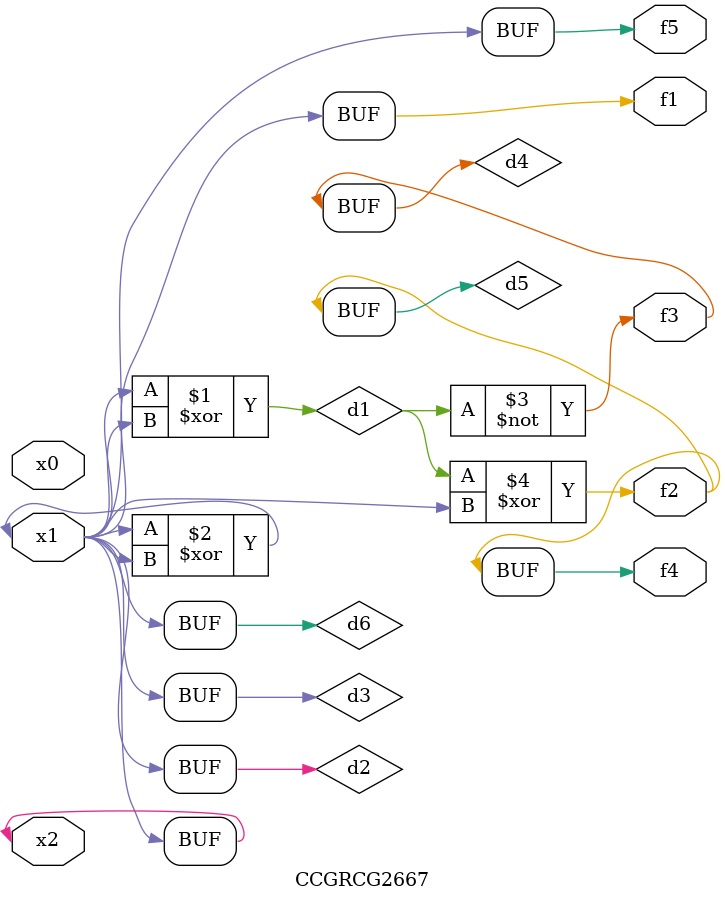
<source format=v>
module CCGRCG2667(
	input x0, x1, x2,
	output f1, f2, f3, f4, f5
);

	wire d1, d2, d3, d4, d5, d6;

	xor (d1, x1, x2);
	buf (d2, x1, x2);
	xor (d3, x1, x2);
	nor (d4, d1);
	xor (d5, d1, d2);
	buf (d6, d2, d3);
	assign f1 = d6;
	assign f2 = d5;
	assign f3 = d4;
	assign f4 = d5;
	assign f5 = d6;
endmodule

</source>
